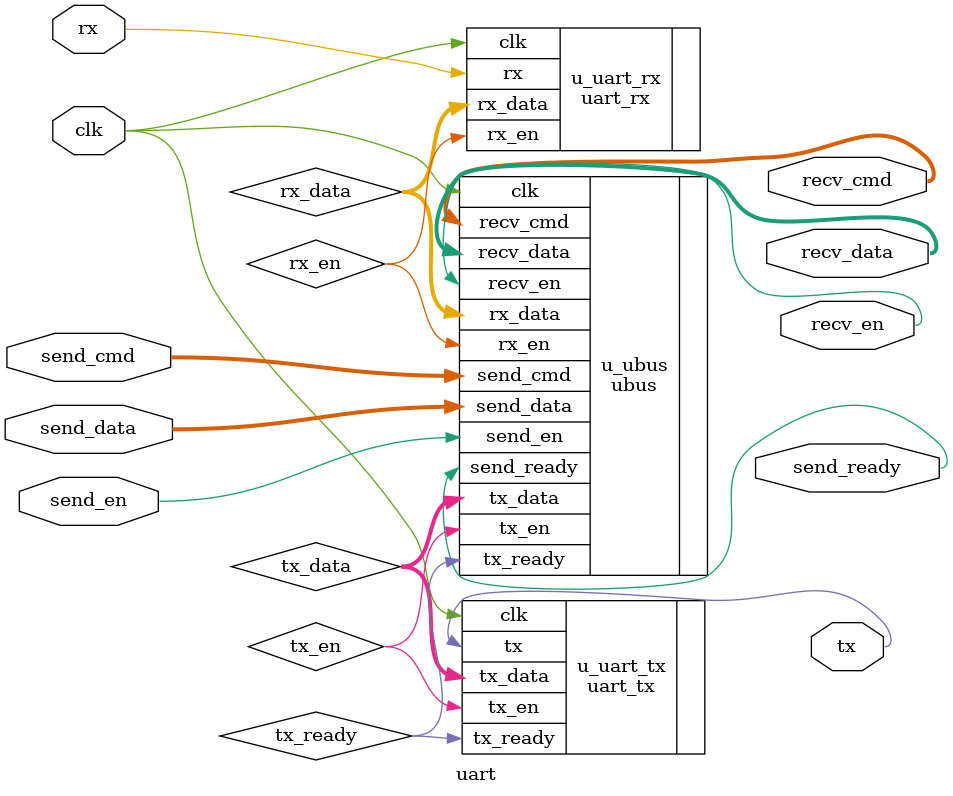
<source format=v>
`timescale 1ns / 1ps

module uart
#(
	parameter BAUDRATE = 115200,
	parameter CLK_RATE = 50000000
)
(
    input	wire		clk,

    // uart
    input	wire		rx,
    output  wire		tx,
	
	// uart recv
	output	wire		recv_en,
	output	wire [7:0]	recv_cmd,
	output	wire [7:0]	recv_data,
	
    // uart send
    input   wire		send_en,
    input   wire [7:0]	send_cmd,
    input   wire [7:0]	send_data,
    output  wire		send_ready
);

wire rx_en;
wire [7:0] rx_data;
wire tx_en;
wire [7:0] tx_data;
wire tx_ready;

//串口接收模块
uart_rx
#(
	.BAUDRATE	(BAUDRATE	    ),
	.CLK_RATE	(CLK_RATE	    )
)
u_uart_rx
(
    .clk        (clk            ),
    .rx         (rx             ),
    .rx_en    	(rx_en          ),
    .rx_data	(rx_data        )
);

//串口发送模块
uart_tx
#(
	.BAUDRATE	(BAUDRATE	    ),
	.CLK_RATE	(CLK_RATE	    )
)
u_uart_tx
(
    .clk        (clk            ),
    .tx         (tx             ),
    
`ifdef UART_LOOPBACK // 串口回环测试
    .tx_en		(rx_en          ),
    .tx_data	(rx_data        ),
`else
    .tx_en		(tx_en          ),
    .tx_data	(tx_data        ),
`endif

	.tx_ready	(tx_ready	    )
);

// 串口通信协议
ubus u_ubus
(
    .clk        (clk            ),
    
    // uart-rx
    .rx_en      (rx_en          ),
    .rx_data    (rx_data        ),
    
    // uart-tx
    .tx_en      (tx_en          ),
    .tx_data    (tx_data        ),
    .tx_ready   (tx_ready       ),
    
	// uart bus recv
    .recv_en    (recv_en        ),
    .recv_cmd	(recv_cmd		),
    .recv_data  (recv_data      ),
	
    // uart bus send
    .send_en    (send_en        ),
    .send_cmd	(send_cmd		),
    .send_data  (send_data      ),
    .send_ready (send_ready     )
);

endmodule

</source>
